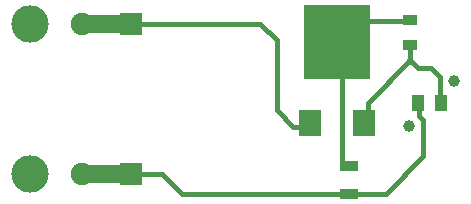
<source format=gbr>
%TF.GenerationSoftware,Altium Limited,Altium Designer,20.0.11 (256)*%
G04 Layer_Physical_Order=1*
G04 Layer_Color=255*
%FSLAX26Y26*%
%MOIN*%
%TF.FileFunction,Copper,L1,Top,Signal*%
%TF.Part,Single*%
G01*
G75*
%TA.AperFunction,SMDPad,CuDef*%
%ADD10R,0.049213X0.035433*%
%ADD11R,0.073000X0.085000*%
%ADD12R,0.219000X0.248000*%
%ADD13R,0.039764X0.057874*%
%ADD14R,0.061024X0.037402*%
%TA.AperFunction,Conductor*%
%ADD15C,0.015000*%
%ADD16C,0.060000*%
%TA.AperFunction,ComponentPad*%
%ADD17C,0.039370*%
%ADD18C,0.125000*%
%ADD19C,0.075000*%
%ADD20R,0.075000X0.075000*%
G36*
X1372500Y571035D02*
X1372394Y568078D01*
X1372076Y565210D01*
X1371545Y562430D01*
X1370803Y559737D01*
X1369848Y557133D01*
X1368682Y554616D01*
X1367303Y552187D01*
X1365712Y549846D01*
X1363909Y547593D01*
X1361893Y545428D01*
X1369393Y531715D01*
X1371515Y533624D01*
X1373636Y535109D01*
X1375757Y536170D01*
X1377879Y536806D01*
X1380000Y537018D01*
X1382121Y536806D01*
X1384243Y536170D01*
X1386364Y535109D01*
X1388485Y533624D01*
X1390607Y531715D01*
X1398107Y545428D01*
X1396091Y547593D01*
X1394288Y549846D01*
X1392697Y552187D01*
X1391318Y554616D01*
X1390152Y557133D01*
X1389197Y559737D01*
X1388455Y562430D01*
X1387924Y565210D01*
X1387606Y568078D01*
X1387500Y571035D01*
X1372500D01*
D02*
G37*
D10*
X1380000Y686338D02*
D03*
Y603661D02*
D03*
D11*
X1045000Y343750D02*
D03*
X1225000D02*
D03*
D12*
X1135000Y614750D02*
D03*
D13*
X1406417Y410000D02*
D03*
X1483583D02*
D03*
D14*
X1175000Y201260D02*
D03*
Y108740D02*
D03*
D15*
X880000Y675000D02*
X935000Y620000D01*
Y385794D02*
Y620000D01*
Y385794D02*
X988862Y331932D01*
X1406417Y410000D02*
X1409363Y407055D01*
Y367350D02*
Y407055D01*
Y367350D02*
X1423449Y353264D01*
Y233449D02*
Y353264D01*
X1298740Y108740D02*
X1423449Y233449D01*
X988862Y331932D02*
X1033182D01*
X1045000Y343750D01*
X551806Y175000D02*
X618066Y108740D01*
X450000Y175000D02*
X551806D01*
X618066Y108740D02*
X1175000D01*
X1298740D01*
X1477307Y462648D02*
X1477529Y462426D01*
Y416054D02*
X1483583Y410000D01*
X1477529Y416054D02*
Y462426D01*
X1477307Y462648D02*
Y497012D01*
X1447328Y526991D02*
X1477307Y497012D01*
X1380000Y552928D02*
X1405937Y526991D01*
X1447328D01*
X1380000Y552928D02*
Y607598D01*
X1238393Y411321D02*
X1380000Y552928D01*
X1238393Y357143D02*
Y411321D01*
X1225000Y343750D02*
X1238393Y357143D01*
X1135000Y614750D02*
X1153398Y596352D01*
Y212461D02*
Y596352D01*
Y212461D02*
X1164599Y201260D01*
X1175000D01*
X450000Y675000D02*
X880000D01*
X1202652Y682402D02*
X1380000D01*
X1135000Y614750D02*
X1202652Y682402D01*
D16*
X287008Y675000D02*
X450000D01*
X287008Y175000D02*
X450000D01*
D17*
X1376264Y333719D02*
D03*
X1524807Y482323D02*
D03*
D18*
X112004Y175000D02*
D03*
Y675000D02*
D03*
D19*
X287008Y175000D02*
D03*
Y675000D02*
D03*
D20*
X450000Y175000D02*
D03*
Y675000D02*
D03*
%TF.MD5,e8cbecf9a09803876d638230ac8675f8*%
M02*

</source>
